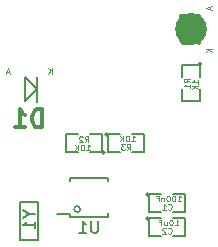
<source format=gbr>
%TF.GenerationSoftware,KiCad,Pcbnew,7.0.7-7.0.7~ubuntu23.04.1*%
%TF.CreationDate,2023-09-17T09:32:36+00:00*%
%TF.ProjectId,RTC02,52544330-322e-46b6-9963-61645f706362,rev?*%
%TF.SameCoordinates,Original*%
%TF.FileFunction,Legend,Bot*%
%TF.FilePolarity,Positive*%
%FSLAX46Y46*%
G04 Gerber Fmt 4.6, Leading zero omitted, Abs format (unit mm)*
G04 Created by KiCad (PCBNEW 7.0.7-7.0.7~ubuntu23.04.1) date 2023-09-17 09:32:36*
%MOMM*%
%LPD*%
G01*
G04 APERTURE LIST*
%ADD10C,0.109220*%
%ADD11C,0.304800*%
%ADD12C,0.099060*%
%ADD13C,0.150000*%
%ADD14C,2.700000*%
G04 APERTURE END LIST*
D10*
X25991396Y20332349D02*
X26015224Y20308522D01*
X26015224Y20308522D02*
X26086706Y20284694D01*
X26086706Y20284694D02*
X26134362Y20284694D01*
X26134362Y20284694D02*
X26205845Y20308522D01*
X26205845Y20308522D02*
X26253500Y20356177D01*
X26253500Y20356177D02*
X26277327Y20403832D01*
X26277327Y20403832D02*
X26301155Y20499142D01*
X26301155Y20499142D02*
X26301155Y20570625D01*
X26301155Y20570625D02*
X26277327Y20665936D01*
X26277327Y20665936D02*
X26253500Y20713591D01*
X26253500Y20713591D02*
X26205845Y20761246D01*
X26205845Y20761246D02*
X26134362Y20785074D01*
X26134362Y20785074D02*
X26086706Y20785074D01*
X26086706Y20785074D02*
X26015224Y20761246D01*
X26015224Y20761246D02*
X25991396Y20737419D01*
X25514844Y20284694D02*
X25800775Y20284694D01*
X25657809Y20284694D02*
X25657809Y20785074D01*
X25657809Y20785074D02*
X25705465Y20713591D01*
X25705465Y20713591D02*
X25753120Y20665936D01*
X25753120Y20665936D02*
X25800775Y20642108D01*
X26809397Y20983194D02*
X27095328Y20983194D01*
X26952362Y20983194D02*
X26952362Y21483574D01*
X26952362Y21483574D02*
X27000018Y21412091D01*
X27000018Y21412091D02*
X27047673Y21364436D01*
X27047673Y21364436D02*
X27095328Y21340608D01*
X26499638Y21483574D02*
X26451983Y21483574D01*
X26451983Y21483574D02*
X26404327Y21459746D01*
X26404327Y21459746D02*
X26380500Y21435919D01*
X26380500Y21435919D02*
X26356672Y21388263D01*
X26356672Y21388263D02*
X26332845Y21292953D01*
X26332845Y21292953D02*
X26332845Y21173815D01*
X26332845Y21173815D02*
X26356672Y21078504D01*
X26356672Y21078504D02*
X26380500Y21030849D01*
X26380500Y21030849D02*
X26404327Y21007022D01*
X26404327Y21007022D02*
X26451983Y20983194D01*
X26451983Y20983194D02*
X26499638Y20983194D01*
X26499638Y20983194D02*
X26547293Y21007022D01*
X26547293Y21007022D02*
X26571121Y21030849D01*
X26571121Y21030849D02*
X26594948Y21078504D01*
X26594948Y21078504D02*
X26618776Y21173815D01*
X26618776Y21173815D02*
X26618776Y21292953D01*
X26618776Y21292953D02*
X26594948Y21388263D01*
X26594948Y21388263D02*
X26571121Y21435919D01*
X26571121Y21435919D02*
X26547293Y21459746D01*
X26547293Y21459746D02*
X26499638Y21483574D01*
X26023086Y21483574D02*
X25975431Y21483574D01*
X25975431Y21483574D02*
X25927775Y21459746D01*
X25927775Y21459746D02*
X25903948Y21435919D01*
X25903948Y21435919D02*
X25880120Y21388263D01*
X25880120Y21388263D02*
X25856293Y21292953D01*
X25856293Y21292953D02*
X25856293Y21173815D01*
X25856293Y21173815D02*
X25880120Y21078504D01*
X25880120Y21078504D02*
X25903948Y21030849D01*
X25903948Y21030849D02*
X25927775Y21007022D01*
X25927775Y21007022D02*
X25975431Y20983194D01*
X25975431Y20983194D02*
X26023086Y20983194D01*
X26023086Y20983194D02*
X26070741Y21007022D01*
X26070741Y21007022D02*
X26094569Y21030849D01*
X26094569Y21030849D02*
X26118396Y21078504D01*
X26118396Y21078504D02*
X26142224Y21173815D01*
X26142224Y21173815D02*
X26142224Y21292953D01*
X26142224Y21292953D02*
X26118396Y21388263D01*
X26118396Y21388263D02*
X26094569Y21435919D01*
X26094569Y21435919D02*
X26070741Y21459746D01*
X26070741Y21459746D02*
X26023086Y21483574D01*
X25641844Y21316781D02*
X25641844Y20983194D01*
X25641844Y21269125D02*
X25618017Y21292953D01*
X25618017Y21292953D02*
X25570362Y21316781D01*
X25570362Y21316781D02*
X25498879Y21316781D01*
X25498879Y21316781D02*
X25451223Y21292953D01*
X25451223Y21292953D02*
X25427396Y21245298D01*
X25427396Y21245298D02*
X25427396Y20983194D01*
X25022326Y21245298D02*
X25189119Y21245298D01*
X25189119Y20983194D02*
X25189119Y21483574D01*
X25189119Y21483574D02*
X24950843Y21483574D01*
X25991396Y18300349D02*
X26015224Y18276522D01*
X26015224Y18276522D02*
X26086706Y18252694D01*
X26086706Y18252694D02*
X26134362Y18252694D01*
X26134362Y18252694D02*
X26205845Y18276522D01*
X26205845Y18276522D02*
X26253500Y18324177D01*
X26253500Y18324177D02*
X26277327Y18371832D01*
X26277327Y18371832D02*
X26301155Y18467142D01*
X26301155Y18467142D02*
X26301155Y18538625D01*
X26301155Y18538625D02*
X26277327Y18633936D01*
X26277327Y18633936D02*
X26253500Y18681591D01*
X26253500Y18681591D02*
X26205845Y18729246D01*
X26205845Y18729246D02*
X26134362Y18753074D01*
X26134362Y18753074D02*
X26086706Y18753074D01*
X26086706Y18753074D02*
X26015224Y18729246D01*
X26015224Y18729246D02*
X25991396Y18705419D01*
X25800775Y18705419D02*
X25776947Y18729246D01*
X25776947Y18729246D02*
X25729292Y18753074D01*
X25729292Y18753074D02*
X25610154Y18753074D01*
X25610154Y18753074D02*
X25562499Y18729246D01*
X25562499Y18729246D02*
X25538671Y18705419D01*
X25538671Y18705419D02*
X25514844Y18657763D01*
X25514844Y18657763D02*
X25514844Y18610108D01*
X25514844Y18610108D02*
X25538671Y18538625D01*
X25538671Y18538625D02*
X25824603Y18252694D01*
X25824603Y18252694D02*
X25514844Y18252694D01*
X26571121Y18951194D02*
X26857052Y18951194D01*
X26714086Y18951194D02*
X26714086Y19451574D01*
X26714086Y19451574D02*
X26761742Y19380091D01*
X26761742Y19380091D02*
X26809397Y19332436D01*
X26809397Y19332436D02*
X26857052Y19308608D01*
X26261362Y19451574D02*
X26213707Y19451574D01*
X26213707Y19451574D02*
X26166051Y19427746D01*
X26166051Y19427746D02*
X26142224Y19403919D01*
X26142224Y19403919D02*
X26118396Y19356263D01*
X26118396Y19356263D02*
X26094569Y19260953D01*
X26094569Y19260953D02*
X26094569Y19141815D01*
X26094569Y19141815D02*
X26118396Y19046504D01*
X26118396Y19046504D02*
X26142224Y18998849D01*
X26142224Y18998849D02*
X26166051Y18975022D01*
X26166051Y18975022D02*
X26213707Y18951194D01*
X26213707Y18951194D02*
X26261362Y18951194D01*
X26261362Y18951194D02*
X26309017Y18975022D01*
X26309017Y18975022D02*
X26332845Y18998849D01*
X26332845Y18998849D02*
X26356672Y19046504D01*
X26356672Y19046504D02*
X26380500Y19141815D01*
X26380500Y19141815D02*
X26380500Y19260953D01*
X26380500Y19260953D02*
X26356672Y19356263D01*
X26356672Y19356263D02*
X26332845Y19403919D01*
X26332845Y19403919D02*
X26309017Y19427746D01*
X26309017Y19427746D02*
X26261362Y19451574D01*
X25665672Y19284781D02*
X25665672Y18951194D01*
X25880120Y19284781D02*
X25880120Y19022677D01*
X25880120Y19022677D02*
X25856293Y18975022D01*
X25856293Y18975022D02*
X25808638Y18951194D01*
X25808638Y18951194D02*
X25737155Y18951194D01*
X25737155Y18951194D02*
X25689499Y18975022D01*
X25689499Y18975022D02*
X25665672Y18998849D01*
X25260602Y19213298D02*
X25427395Y19213298D01*
X25427395Y18951194D02*
X25427395Y19451574D01*
X25427395Y19451574D02*
X25189119Y19451574D01*
D11*
X15348856Y27250818D02*
X15348856Y28774818D01*
X15348856Y28774818D02*
X14985999Y28774818D01*
X14985999Y28774818D02*
X14768285Y28702247D01*
X14768285Y28702247D02*
X14623142Y28557104D01*
X14623142Y28557104D02*
X14550571Y28411961D01*
X14550571Y28411961D02*
X14477999Y28121675D01*
X14477999Y28121675D02*
X14477999Y27903961D01*
X14477999Y27903961D02*
X14550571Y27613675D01*
X14550571Y27613675D02*
X14623142Y27468532D01*
X14623142Y27468532D02*
X14768285Y27323390D01*
X14768285Y27323390D02*
X14985999Y27250818D01*
X14985999Y27250818D02*
X15348856Y27250818D01*
X13026571Y27250818D02*
X13897428Y27250818D01*
X13461999Y27250818D02*
X13461999Y28774818D01*
X13461999Y28774818D02*
X13607142Y28557104D01*
X13607142Y28557104D02*
X13752285Y28411961D01*
X13752285Y28411961D02*
X13897428Y28339390D01*
D12*
X16155911Y31803066D02*
X16155911Y32303446D01*
X15869980Y31803066D02*
X16084429Y32088997D01*
X15869980Y32303446D02*
X16155911Y32017514D01*
X12542277Y31946032D02*
X12304001Y31946032D01*
X12589932Y31803066D02*
X12423139Y32303446D01*
X12423139Y32303446D02*
X12256346Y31803066D01*
D11*
X28629181Y36684856D02*
X27105181Y36684856D01*
X27105181Y36684856D02*
X27105181Y36321999D01*
X27105181Y36321999D02*
X27177752Y36104285D01*
X27177752Y36104285D02*
X27322895Y35959142D01*
X27322895Y35959142D02*
X27468038Y35886571D01*
X27468038Y35886571D02*
X27758324Y35813999D01*
X27758324Y35813999D02*
X27976038Y35813999D01*
X27976038Y35813999D02*
X28266324Y35886571D01*
X28266324Y35886571D02*
X28411467Y35959142D01*
X28411467Y35959142D02*
X28556610Y36104285D01*
X28556610Y36104285D02*
X28629181Y36321999D01*
X28629181Y36321999D02*
X28629181Y36684856D01*
X27250324Y35233428D02*
X27177752Y35160856D01*
X27177752Y35160856D02*
X27105181Y35015714D01*
X27105181Y35015714D02*
X27105181Y34652856D01*
X27105181Y34652856D02*
X27177752Y34507714D01*
X27177752Y34507714D02*
X27250324Y34435142D01*
X27250324Y34435142D02*
X27395467Y34362571D01*
X27395467Y34362571D02*
X27540610Y34362571D01*
X27540610Y34362571D02*
X27758324Y34435142D01*
X27758324Y34435142D02*
X28629181Y35305999D01*
X28629181Y35305999D02*
X28629181Y34362571D01*
D12*
X29572767Y37479997D02*
X29572767Y37241721D01*
X29715733Y37527652D02*
X29215353Y37360859D01*
X29215353Y37360859D02*
X29715733Y37194066D01*
X29715733Y33890191D02*
X29215353Y33890191D01*
X29715733Y33604260D02*
X29429802Y33818709D01*
X29215353Y33604260D02*
X29501285Y33890191D01*
D10*
X27848305Y31071396D02*
X27610029Y31238189D01*
X27848305Y31357327D02*
X27347925Y31357327D01*
X27347925Y31357327D02*
X27347925Y31166706D01*
X27347925Y31166706D02*
X27371753Y31119051D01*
X27371753Y31119051D02*
X27395580Y31095224D01*
X27395580Y31095224D02*
X27443236Y31071396D01*
X27443236Y31071396D02*
X27514718Y31071396D01*
X27514718Y31071396D02*
X27562374Y31095224D01*
X27562374Y31095224D02*
X27586201Y31119051D01*
X27586201Y31119051D02*
X27610029Y31166706D01*
X27610029Y31166706D02*
X27610029Y31357327D01*
X27848305Y30594844D02*
X27848305Y30880775D01*
X27848305Y30737809D02*
X27347925Y30737809D01*
X27347925Y30737809D02*
X27419408Y30785465D01*
X27419408Y30785465D02*
X27467063Y30833120D01*
X27467063Y30833120D02*
X27490891Y30880775D01*
X28546805Y30968224D02*
X28546805Y31254155D01*
X28546805Y31111189D02*
X28046425Y31111189D01*
X28046425Y31111189D02*
X28117908Y31158845D01*
X28117908Y31158845D02*
X28165563Y31206500D01*
X28165563Y31206500D02*
X28189391Y31254155D01*
X28546805Y30753775D02*
X28046425Y30753775D01*
X28546805Y30467844D02*
X28260874Y30682293D01*
X28046425Y30467844D02*
X28332357Y30753775D01*
D13*
X20065904Y19331180D02*
X20065904Y18521657D01*
X20065904Y18521657D02*
X20018285Y18426419D01*
X20018285Y18426419D02*
X19970666Y18378800D01*
X19970666Y18378800D02*
X19875428Y18331180D01*
X19875428Y18331180D02*
X19684952Y18331180D01*
X19684952Y18331180D02*
X19589714Y18378800D01*
X19589714Y18378800D02*
X19542095Y18426419D01*
X19542095Y18426419D02*
X19494476Y18521657D01*
X19494476Y18521657D02*
X19494476Y19331180D01*
X18494476Y18331180D02*
X19065904Y18331180D01*
X18780190Y18331180D02*
X18780190Y19331180D01*
X18780190Y19331180D02*
X18875428Y19188323D01*
X18875428Y19188323D02*
X18970666Y19093085D01*
X18970666Y19093085D02*
X19065904Y19045466D01*
X14215328Y19907190D02*
X14691519Y19907190D01*
X13691519Y20240523D02*
X14215328Y19907190D01*
X14215328Y19907190D02*
X13691519Y19573857D01*
X14691519Y18716714D02*
X14691519Y19288142D01*
X14691519Y19002428D02*
X13691519Y19002428D01*
X13691519Y19002428D02*
X13834376Y19097666D01*
X13834376Y19097666D02*
X13929614Y19192904D01*
X13929614Y19192904D02*
X13977233Y19288142D01*
D10*
X18942896Y25999694D02*
X19109689Y26237970D01*
X19228827Y25999694D02*
X19228827Y26500074D01*
X19228827Y26500074D02*
X19038206Y26500074D01*
X19038206Y26500074D02*
X18990551Y26476246D01*
X18990551Y26476246D02*
X18966724Y26452419D01*
X18966724Y26452419D02*
X18942896Y26404763D01*
X18942896Y26404763D02*
X18942896Y26333281D01*
X18942896Y26333281D02*
X18966724Y26285625D01*
X18966724Y26285625D02*
X18990551Y26261798D01*
X18990551Y26261798D02*
X19038206Y26237970D01*
X19038206Y26237970D02*
X19228827Y26237970D01*
X18752275Y26452419D02*
X18728447Y26476246D01*
X18728447Y26476246D02*
X18680792Y26500074D01*
X18680792Y26500074D02*
X18561654Y26500074D01*
X18561654Y26500074D02*
X18513999Y26476246D01*
X18513999Y26476246D02*
X18490171Y26452419D01*
X18490171Y26452419D02*
X18466344Y26404763D01*
X18466344Y26404763D02*
X18466344Y26357108D01*
X18466344Y26357108D02*
X18490171Y26285625D01*
X18490171Y26285625D02*
X18776103Y25999694D01*
X18776103Y25999694D02*
X18466344Y25999694D01*
X19078000Y25301194D02*
X19363931Y25301194D01*
X19220965Y25301194D02*
X19220965Y25801574D01*
X19220965Y25801574D02*
X19268621Y25730091D01*
X19268621Y25730091D02*
X19316276Y25682436D01*
X19316276Y25682436D02*
X19363931Y25658608D01*
X18768241Y25801574D02*
X18720586Y25801574D01*
X18720586Y25801574D02*
X18672930Y25777746D01*
X18672930Y25777746D02*
X18649103Y25753919D01*
X18649103Y25753919D02*
X18625275Y25706263D01*
X18625275Y25706263D02*
X18601448Y25610953D01*
X18601448Y25610953D02*
X18601448Y25491815D01*
X18601448Y25491815D02*
X18625275Y25396504D01*
X18625275Y25396504D02*
X18649103Y25348849D01*
X18649103Y25348849D02*
X18672930Y25325022D01*
X18672930Y25325022D02*
X18720586Y25301194D01*
X18720586Y25301194D02*
X18768241Y25301194D01*
X18768241Y25301194D02*
X18815896Y25325022D01*
X18815896Y25325022D02*
X18839724Y25348849D01*
X18839724Y25348849D02*
X18863551Y25396504D01*
X18863551Y25396504D02*
X18887379Y25491815D01*
X18887379Y25491815D02*
X18887379Y25610953D01*
X18887379Y25610953D02*
X18863551Y25706263D01*
X18863551Y25706263D02*
X18839724Y25753919D01*
X18839724Y25753919D02*
X18815896Y25777746D01*
X18815896Y25777746D02*
X18768241Y25801574D01*
X18386999Y25301194D02*
X18386999Y25801574D01*
X18101068Y25301194D02*
X18315517Y25587125D01*
X18101068Y25801574D02*
X18386999Y25515642D01*
X22498896Y25364694D02*
X22665689Y25602970D01*
X22784827Y25364694D02*
X22784827Y25865074D01*
X22784827Y25865074D02*
X22594206Y25865074D01*
X22594206Y25865074D02*
X22546551Y25841246D01*
X22546551Y25841246D02*
X22522724Y25817419D01*
X22522724Y25817419D02*
X22498896Y25769763D01*
X22498896Y25769763D02*
X22498896Y25698281D01*
X22498896Y25698281D02*
X22522724Y25650625D01*
X22522724Y25650625D02*
X22546551Y25626798D01*
X22546551Y25626798D02*
X22594206Y25602970D01*
X22594206Y25602970D02*
X22784827Y25602970D01*
X22332103Y25865074D02*
X22022344Y25865074D01*
X22022344Y25865074D02*
X22189137Y25674453D01*
X22189137Y25674453D02*
X22117654Y25674453D01*
X22117654Y25674453D02*
X22069999Y25650625D01*
X22069999Y25650625D02*
X22046171Y25626798D01*
X22046171Y25626798D02*
X22022344Y25579142D01*
X22022344Y25579142D02*
X22022344Y25460004D01*
X22022344Y25460004D02*
X22046171Y25412349D01*
X22046171Y25412349D02*
X22069999Y25388522D01*
X22069999Y25388522D02*
X22117654Y25364694D01*
X22117654Y25364694D02*
X22260620Y25364694D01*
X22260620Y25364694D02*
X22308275Y25388522D01*
X22308275Y25388522D02*
X22332103Y25412349D01*
X22888000Y26063194D02*
X23173931Y26063194D01*
X23030965Y26063194D02*
X23030965Y26563574D01*
X23030965Y26563574D02*
X23078621Y26492091D01*
X23078621Y26492091D02*
X23126276Y26444436D01*
X23126276Y26444436D02*
X23173931Y26420608D01*
X22578241Y26563574D02*
X22530586Y26563574D01*
X22530586Y26563574D02*
X22482930Y26539746D01*
X22482930Y26539746D02*
X22459103Y26515919D01*
X22459103Y26515919D02*
X22435275Y26468263D01*
X22435275Y26468263D02*
X22411448Y26372953D01*
X22411448Y26372953D02*
X22411448Y26253815D01*
X22411448Y26253815D02*
X22435275Y26158504D01*
X22435275Y26158504D02*
X22459103Y26110849D01*
X22459103Y26110849D02*
X22482930Y26087022D01*
X22482930Y26087022D02*
X22530586Y26063194D01*
X22530586Y26063194D02*
X22578241Y26063194D01*
X22578241Y26063194D02*
X22625896Y26087022D01*
X22625896Y26087022D02*
X22649724Y26110849D01*
X22649724Y26110849D02*
X22673551Y26158504D01*
X22673551Y26158504D02*
X22697379Y26253815D01*
X22697379Y26253815D02*
X22697379Y26372953D01*
X22697379Y26372953D02*
X22673551Y26468263D01*
X22673551Y26468263D02*
X22649724Y26515919D01*
X22649724Y26515919D02*
X22625896Y26539746D01*
X22625896Y26539746D02*
X22578241Y26563574D01*
X22196999Y26063194D02*
X22196999Y26563574D01*
X21911068Y26063194D02*
X22125517Y26349125D01*
X21911068Y26563574D02*
X22196999Y26277642D01*
D13*
%TO.C,C1*%
X24384000Y21590000D02*
X24384000Y20066000D01*
X24384000Y20066000D02*
X25400000Y20066000D01*
X25400000Y21590000D02*
X24384000Y21590000D01*
X26416000Y20066000D02*
X27432000Y20066000D01*
X27432000Y21590000D02*
X26416000Y21590000D01*
X27432000Y20066000D02*
X27432000Y21590000D01*
X24384000Y21590000D02*
G75*
G03*
X24384000Y21590000I-127000J0D01*
G01*
%TO.C,C2*%
X24384000Y19558000D02*
X24384000Y18034000D01*
X24384000Y18034000D02*
X25400000Y18034000D01*
X25400000Y19558000D02*
X24384000Y19558000D01*
X26416000Y18034000D02*
X27432000Y18034000D01*
X27432000Y19558000D02*
X26416000Y19558000D01*
X27432000Y18034000D02*
X27432000Y19558000D01*
X24384000Y19558000D02*
G75*
G03*
X24384000Y19558000I-127000J0D01*
G01*
%TO.C,D1*%
X13873480Y31480760D02*
X14874240Y30480000D01*
X13873480Y29479240D02*
X13873480Y31480760D01*
X14874240Y30530800D02*
X13873480Y29479240D01*
X14874240Y29430980D02*
X14874240Y31529020D01*
%TO.C,R1*%
X28702000Y32512000D02*
X27178000Y32512000D01*
X27178000Y32512000D02*
X27178000Y31496000D01*
X28702000Y31496000D02*
X28702000Y32512000D01*
X27178000Y30480000D02*
X27178000Y29464000D01*
X28702000Y29464000D02*
X28702000Y30480000D01*
X27178000Y29464000D02*
X28702000Y29464000D01*
X28829000Y32639000D02*
G75*
G03*
X28829000Y32639000I-127000J0D01*
G01*
%TO.C,U1*%
X17679000Y22961000D02*
X17679000Y22686000D01*
X17679000Y22961000D02*
X20929000Y22961000D01*
X17679000Y19886000D02*
X16604000Y19886000D01*
X17679000Y19711000D02*
X17679000Y19886000D01*
X17679000Y19711000D02*
X20929000Y19711000D01*
X20929000Y22961000D02*
X20929000Y22686000D01*
X20929000Y19711000D02*
X20929000Y19986000D01*
X18554000Y20336000D02*
G75*
G03*
X18554000Y20336000I-250000J0D01*
G01*
%TO.C,Y1*%
X14974000Y17704000D02*
X13474000Y17704000D01*
X14974000Y17704000D02*
X14974000Y20904000D01*
X13474000Y20904000D02*
X13474000Y17704000D01*
X13474000Y20904000D02*
X14974000Y20904000D01*
%TO.C,R2*%
X20383500Y25146000D02*
X20383500Y26670000D01*
X20383500Y26670000D02*
X19367500Y26670000D01*
X19367500Y25146000D02*
X20383500Y25146000D01*
X18351500Y26670000D02*
X17335500Y26670000D01*
X17335500Y25146000D02*
X18351500Y25146000D01*
X17335500Y26670000D02*
X17335500Y25146000D01*
X20637500Y25146000D02*
G75*
G03*
X20637500Y25146000I-127000J0D01*
G01*
%TO.C,R3*%
X20891500Y26670000D02*
X20891500Y25146000D01*
X20891500Y25146000D02*
X21907500Y25146000D01*
X21907500Y26670000D02*
X20891500Y26670000D01*
X22923500Y25146000D02*
X23939500Y25146000D01*
X23939500Y26670000D02*
X22923500Y26670000D01*
X23939500Y25146000D02*
X23939500Y26670000D01*
X20891500Y26670000D02*
G75*
G03*
X20891500Y26670000I-127000J0D01*
G01*
%TD*%
D14*
%TO.C,D2*%
X27940000Y35560000D03*
%TD*%
M02*

</source>
